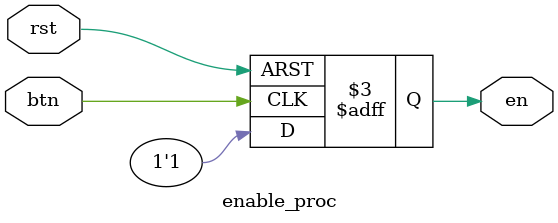
<source format=sv>
module enable_proc(
		input logic btn, rst,
		output logic en
	);
	logic trigger;
	assign trigger = ~btn;

	always_ff @( posedge trigger, posedge rst) begin : enable
		if (rst)
			en = 0;
		else if (trigger)
			en = 1;
	end

endmodule

</source>
